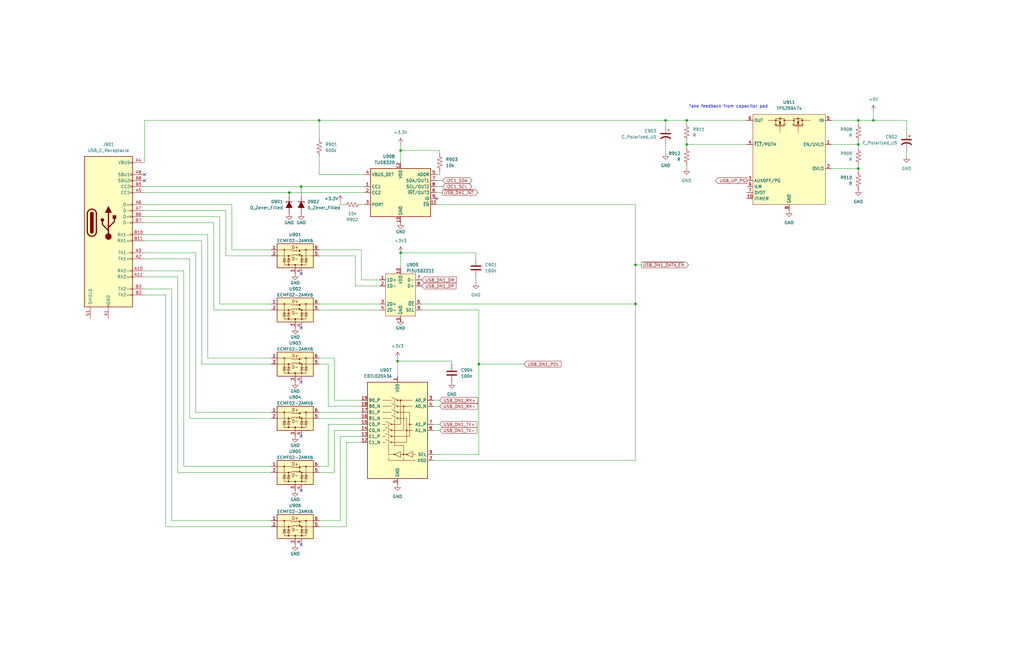
<source format=kicad_sch>
(kicad_sch (version 20230121) (generator eeschema)
  (paper "USLedger")
  (title_block (title "ErgoDUE") (date "2024-01-15") (rev "V0.1") (company "Alessandro Rizzoni") (comment 1 "SCHEMATIC") (comment 2 "DRAFT") (comment 3 "AIR"))
  (lib_symbols
    (symbol "Analog_Switch:CBTL02043A"
      (property "Reference" "U" (at -12.7 21.59 0))
      (property "Value" "CBTL02043A" (at 6.35 21.59 0))
      (symbol "CBTL02043A_0_1"
        (rectangle (start -12.7 20.32) (end 12.7 -20.32) (stroke (width 0.254)) (fill (type background)))
        (circle (center -5.08 2.54) (radius 0.254) (fill (type outline)))
        (circle (center -3.81 0) (radius 0.254) (fill (type outline)))
        (circle (center -2.54 10.16) (radius 0.254) (fill (type outline)))
        (circle (center -1.27 12.7) (radius 0.254) (fill (type outline)))
        (polyline (pts (xy -7.62 -10.16) (xy -6.35 -10.16)))
        (polyline (pts (xy -7.62 -12.7) (xy -2.54 -12.7) (xy -2.54 -11.43)))
        (polyline (pts (xy -2.54 -12.7) (xy 3.81 -12.7) (xy 3.81 -11.43)))
        (polyline (pts (xy 1.27 -10.16) (xy -1.27 -8.89) (xy -1.27 -11.43) (xy 1.27 -10.16)))
        (polyline (pts (xy 5.08 -3.81) (xy 2.54 -5.08) (xy -3.81 -5.08) (xy -3.81 0)))
        (polyline (pts (xy 5.08 -1.27) (xy 2.54 -2.54) (xy -5.08 -2.54) (xy -5.08 2.54)))
        (polyline (pts (xy 5.08 1.27) (xy 2.54 0) (xy -2.54 0) (xy -2.54 10.16)))
        (polyline (pts (xy 5.08 3.81) (xy 2.54 2.54) (xy -1.27 2.54) (xy -1.27 12.7)))
      )
      (symbol "CBTL02043A_1_1"
        (circle (center -3.81 -10.16) (radius 0.254))
        (circle (center -2.54 -10.16) (radius 0.254) (fill (type outline)))
        (polyline (pts (xy -2.54 -10.16) (xy -1.27 -10.16)))
        (polyline (pts (xy 1.27 5.08) (xy 1.27 3.81)))
        (polyline (pts (xy 1.27 7.62) (xy 1.27 6.35)))
        (polyline (pts (xy 1.27 10.16) (xy 1.27 8.89)))
        (polyline (pts (xy 1.27 12.7) (xy 1.27 11.43)))
        (polyline (pts (xy 3.81 -3.81) (xy 3.81 -2.54)))
        (polyline (pts (xy 3.81 -1.27) (xy 3.81 0)))
        (polyline (pts (xy 3.81 1.27) (xy 3.81 2.54)))
        (polyline (pts (xy 6.35 -5.08) (xy 5.08 -5.08)))
        (polyline (pts (xy 6.35 -2.54) (xy 5.08 -2.54)))
        (polyline (pts (xy 6.35 0) (xy 5.08 0)))
        (polyline (pts (xy 6.35 2.54) (xy 5.08 2.54)))
        (polyline (pts (xy 6.35 5.08) (xy 2.54 5.08)))
        (polyline (pts (xy 6.35 7.62) (xy 2.54 7.62)))
        (polyline (pts (xy 6.35 10.16) (xy 2.54 10.16)))
        (polyline (pts (xy 6.35 12.7) (xy 2.54 12.7)))
        (polyline (pts (xy -6.35 10.16) (xy 0 10.16) (xy 2.54 11.43)))
        (polyline (pts (xy -6.35 12.7) (xy 0 12.7) (xy 2.54 13.97)))
        (polyline (pts (xy 1.27 -10.16) (xy 3.81 -10.16) (xy 3.81 -5.08)))
        (polyline (pts (xy -3.81 -10.16) (xy -6.35 -8.89) (xy -6.35 -11.43) (xy -3.81 -10.16)))
        (polyline (pts (xy -6.35 0) (xy -3.81 0) (xy -3.81 5.08) (xy 0 5.08) (xy 2.54 6.35)))
        (polyline (pts (xy -6.35 2.54) (xy -5.08 2.54) (xy -5.08 7.62) (xy 0 7.62) (xy 2.54 8.89)))
        (polyline (pts (xy 1.27 3.81) (xy 1.27 -6.35) (xy -2.54 -6.35) (xy -2.54 -10.16) (xy -3.81 -10.16)))
        (circle (center 0 5.08) (radius 0.254))
        (circle (center 0 7.62) (radius 0.254))
        (circle (center 0 10.16) (radius 0.254))
        (circle (center 0 12.7) (radius 0.254))
        (circle (center 1.27 -10.16) (radius 0.254))
        (circle (center 2.54 -5.08) (radius 0.254))
        (circle (center 2.54 -2.54) (radius 0.254))
        (circle (center 2.54 0) (radius 0.254))
        (circle (center 2.54 2.54) (radius 0.254))
        (pin power_in line (at 0 22.86 270) (length 2.54) (name "VDD") (number "1"))
        (pin passive line (at 0 22.86 270) (length 2.54) hide (name "VDD") (number "10"))
        (pin passive line (at 0 -22.86 90) (length 2.54) hide (name "GND") (number "11"))
        (pin passive line (at 15.24 -5.08 180) (length 2.54) (name "C1_N") (number "12"))
        (pin passive line (at 15.24 -2.54 180) (length 2.54) (name "C1_P") (number "13"))
        (pin passive line (at 15.24 0 180) (length 2.54) (name "C0_N") (number "14"))
        (pin passive line (at 15.24 2.54 180) (length 2.54) (name "C0_P") (number "15"))
        (pin passive line (at 15.24 5.08 180) (length 2.54) (name "B1_N") (number "16"))
        (pin passive line (at 15.24 7.62 180) (length 2.54) (name "B1_P") (number "17"))
        (pin passive line (at 15.24 10.16 180) (length 2.54) (name "B0_N") (number "18"))
        (pin passive line (at 15.24 12.7 180) (length 2.54) (name "B0_P") (number "19"))
        (pin input line (at -15.24 -12.7 0) (length 2.54) (name "XSD") (number "2"))
        (pin passive line (at 0 -22.86 90) (length 2.54) hide (name "GND") (number "20"))
        (pin passive line (at 0 -22.86 90) (length 2.54) hide (name "GND") (number "21"))
        (pin passive line (at -15.24 12.7 0) (length 2.54) (name "A0_P") (number "3"))
        (pin passive line (at -15.24 10.16 0) (length 2.54) (name "A0_N") (number "4"))
        (pin power_in line (at 0 -22.86 90) (length 2.54) (name "GND") (number "5"))
        (pin passive line (at 0 22.86 270) (length 2.54) hide (name "VDD") (number "6"))
        (pin passive line (at -15.24 2.54 0) (length 2.54) (name "A1_P") (number "7"))
        (pin passive line (at -15.24 0 0) (length 2.54) (name "A1_N") (number "8"))
        (pin input line (at -15.24 -10.16 0) (length 2.54) (name "SEL") (number "9"))
      )
    )
    (symbol "Device:C" (pin_numbers hide) (pin_names (offset 0.254))
      (property "Reference" "C" (at 0.635 2.54 0))
      (property "Value" "C" (at 0.635 -2.54 0))
      (symbol "C_0_1"
        (polyline (pts (xy -2.032 -0.762) (xy 2.032 -0.762)) (stroke (width 0.508)))
        (polyline (pts (xy -2.032 0.762) (xy 2.032 0.762)) (stroke (width 0.508)))
      )
      (symbol "C_1_1"
        (pin passive line (at 0 3.81 270) (length 2.794) (name "~") (number "1"))
        (pin passive line (at 0 -3.81 90) (length 2.794) (name "~") (number "2"))
      )
    )
    (symbol "Device:C_Polarized_US" (pin_numbers hide) (pin_names (offset 0.254) hide)
      (property "Reference" "C" (at 0.635 2.54 0))
      (property "Value" "C_Polarized_US" (at 0.635 -2.54 0))
      (symbol "C_Polarized_US_0_1"
        (polyline (pts (xy -2.032 0.762) (xy 2.032 0.762)) (stroke (width 0.508)))
        (polyline (pts (xy -1.778 2.286) (xy -0.762 2.286)))
        (polyline (pts (xy -1.27 1.778) (xy -1.27 2.794)))
        (arc (start 2.032 -1.27) (mid 0 -0.5572) (end -2.032 -1.27) (stroke (width 0.508)))
      )
      (symbol "C_Polarized_US_1_1"
        (pin passive line (at 0 3.81 270) (length 2.794) (name "~") (number "1"))
        (pin passive line (at 0 -3.81 90) (length 3.302) (name "~") (number "2"))
      )
    )
    (symbol "Device:D_Zener_Filled" (pin_numbers hide) (pin_names (offset 1.016) hide)
      (property "Reference" "D" (at 0 2.54 0))
      (property "Value" "D_Zener_Filled" (at 0 -2.54 0))
      (symbol "D_Zener_Filled_0_1"
        (polyline (pts (xy 1.27 0) (xy -1.27 0)))
        (polyline (pts (xy -1.27 -1.27) (xy -1.27 1.27) (xy -0.762 1.27)) (stroke (width 0.254)))
        (polyline (pts (xy 1.27 -1.27) (xy 1.27 1.27) (xy -1.27 0) (xy 1.27 -1.27)) (stroke (width 0.254)) (fill (type outline)))
      )
      (symbol "D_Zener_Filled_1_1"
        (pin passive line (at -3.81 0 0) (length 2.54) (name "K") (number "1"))
        (pin passive line (at 3.81 0 180) (length 2.54) (name "A") (number "2"))
      )
    )
    (symbol "Device:R_US" (pin_numbers hide) (pin_names (offset 0))
      (property "Reference" "R" (at 2.54 0 90))
      (property "Value" "R_US" (at -2.54 0 90))
      (symbol "R_US_0_1"
        (polyline (pts (xy 0 -2.286) (xy 0 -2.54)))
        (polyline (pts (xy 0 2.286) (xy 0 2.54)))
        (polyline (pts (xy 0 -0.762) (xy 1.016 -1.143) (xy 0 -1.524) (xy -1.016 -1.905) (xy 0 -2.286)))
        (polyline (pts (xy 0 0.762) (xy 1.016 0.381) (xy 0 0) (xy -1.016 -0.381) (xy 0 -0.762)))
        (polyline (pts (xy 0 2.286) (xy 1.016 1.905) (xy 0 1.524) (xy -1.016 1.143) (xy 0 0.762)))
      )
      (symbol "R_US_1_1"
        (pin passive line (at 0 3.81 270) (length 1.27) (name "~") (number "1"))
        (pin passive line (at 0 -3.81 90) (length 1.27) (name "~") (number "2"))
      )
    )
    (symbol "Interface_USB:TUSB320"
      (property "Reference" "U608" (at 2.373 15.24 0))
      (property "Value" "TUSB320" (at 2.373 12.7 0))
      (symbol "TUSB320_0_1"
        (rectangle (start -12.7 10.16) (end 12.7 -10.16) (stroke (width 0.254)) (fill (type background)))
      )
      (symbol "TUSB320_1_1"
        (pin bidirectional line (at 15.24 2.54 180) (length 2.54) (name "CC1") (number "1"))
        (pin power_in line (at 0 -12.7 90) (length 2.54) (name "GND") (number "10"))
        (pin input line (at -15.24 -5.08 0) (length 2.54) (name "~{EN}") (number "11"))
        (pin power_in line (at 0 12.7 270) (length 2.54) (name "VDD") (number "12"))
        (pin bidirectional line (at 15.24 0 180) (length 2.54) (name "CC2") (number "2"))
        (pin input line (at 15.24 -5.08 180) (length 2.54) (name "PORT") (number "3"))
        (pin input line (at 15.24 7.62 180) (length 2.54) (name "VBUS_DET") (number "4"))
        (pin input line (at -15.24 7.62 0) (length 2.54) (name "ADDR") (number "5"))
        (pin open_collector line (at -15.24 0 0) (length 2.54) (name "~{INT}/OUT3") (number "6"))
        (pin bidirectional line (at -15.24 5.08 0) (length 2.54) (name "SDA/OUT1") (number "7"))
        (pin bidirectional line (at -15.24 2.54 0) (length 2.54) (name "SCL/OUT2") (number "8"))
        (pin open_collector line (at -15.24 -2.54 0) (length 2.54) (name "ID") (number "9"))
      )
    )
    (symbol "Library:DIODES_PI3USB221E"
      (property "Reference" "U" (at 1.27 10.16 0))
      (property "Value" "PI3USB221E" (at 1.27 7.62 0))
      (symbol "DIODES_PI3USB221E_0_0"
        (pin bidirectional line (at -8.89 3.81 0) (length 2.54) (name "1D+") (number "1"))
        (pin power_in line (at 0 8.89 270) (length 2.54) (name "VDD") (number "10"))
        (pin bidirectional line (at -8.89 1.27 0) (length 2.54) (name "1D-") (number "2"))
        (pin bidirectional line (at -8.89 -6.35 0) (length 2.54) (name "2D+") (number "3"))
        (pin bidirectional line (at -8.89 -8.89 0) (length 2.54) (name "2D-") (number "4"))
        (pin power_in line (at 0 -13.97 90) (length 2.54) (name "GND") (number "5"))
        (pin input line (at 8.89 -6.35 180) (length 2.54) (name "~{OE}") (number "6"))
        (pin bidirectional line (at 8.89 3.81 180) (length 2.54) (name "D-") (number "7"))
        (pin bidirectional line (at 8.89 1.27 180) (length 2.54) (name "D+") (number "8"))
        (pin input line (at 8.89 -8.89 180) (length 2.54) (name "SEL") (number "9"))
      )
      (symbol "DIODES_PI3USB221E_1_1"
        (rectangle (start -6.35 6.35) (end 6.35 -11.43) (fill (type background)))
      )
    )
    (symbol "Library:TI_TPS25947"
      (property "Reference" "U" (at 0 16.51 0))
      (property "Value" "TPS25947x" (at 0 13.97 0))
      (symbol "TI_TPS25947_0_0"
        (pin input line (at -17.78 0 0) (length 2.54) (name "EN/UVLO") (number "1"))
        (pin input line (at 17.78 -22.86 180) (length 2.54) (name "ITIMER") (number "10"))
        (pin power_in line (at -17.78 10.16 0) (length 2.54) (name "IN") (number "5"))
        (pin power_out line (at 17.78 10.16 180) (length 2.54) (name "OUT") (number "6"))
        (pin input line (at 17.78 -20.32 180) (length 2.54) (name "DVDT") (number "7"))
        (pin power_in line (at 0 -27.94 90) (length 2.54) (name "GND") (number "8"))
        (pin input line (at 17.78 -17.78 180) (length 2.54) (name "ILM") (number "9"))
      )
      (symbol "TI_TPS25947_0_1"
        (circle (center -5.588 10.16) (radius 0.254) (fill (type outline)))
        (circle (center -2.032 10.16) (radius 0.254) (fill (type outline)))
        (polyline (pts (xy -5.08 8.382) (xy -6.096 8.382)) (stroke (width 0.254)))
        (polyline (pts (xy -3.81 7.874) (xy -3.81 5.08)))
        (polyline (pts (xy -3.302 8.382) (xy -4.318 8.382)) (stroke (width 0.254)))
        (polyline (pts (xy -1.905 7.874) (xy -5.715 7.874)) (stroke (width 0.254)))
        (polyline (pts (xy -1.524 8.382) (xy -2.54 8.382)) (stroke (width 0.254)))
        (polyline (pts (xy 0 10.16) (xy -2.032 10.16)))
        (polyline (pts (xy 0 10.16) (xy 2.032 10.16)))
        (polyline (pts (xy 1.524 8.382) (xy 2.54 8.382)) (stroke (width 0.254)))
        (polyline (pts (xy 1.905 7.874) (xy 5.715 7.874)) (stroke (width 0.254)))
        (polyline (pts (xy 3.302 8.382) (xy 4.318 8.382)) (stroke (width 0.254)))
        (polyline (pts (xy 3.81 7.874) (xy 3.81 5.08)))
        (polyline (pts (xy 5.08 8.382) (xy 6.096 8.382)) (stroke (width 0.254)))
        (polyline (pts (xy -8.89 10.16) (xy -3.81 10.16) (xy -3.81 8.382)))
        (polyline (pts (xy 8.89 10.16) (xy 3.81 10.16) (xy 3.81 8.382)))
        (polyline (pts (xy -5.588 8.382) (xy -5.588 10.922) (xy -2.032 10.922) (xy -2.032 8.382)))
        (polyline (pts (xy -3.81 8.636) (xy -3.429 9.652) (xy -4.191 9.652) (xy -3.81 8.636)) (fill (type outline)))
        (polyline (pts (xy -3.429 10.922) (xy -4.064 10.541) (xy -4.064 11.303) (xy -3.429 10.922)))
        (polyline (pts (xy -3.302 10.414) (xy -3.429 10.541) (xy -3.429 11.303) (xy -3.556 11.43)))
        (polyline (pts (xy 3.302 10.414) (xy 3.429 10.541) (xy 3.429 11.303) (xy 3.556 11.43)))
        (polyline (pts (xy 3.429 10.922) (xy 4.064 10.541) (xy 4.064 11.303) (xy 3.429 10.922)))
        (polyline (pts (xy 3.81 8.636) (xy 3.429 9.652) (xy 4.191 9.652) (xy 3.81 8.636)) (fill (type outline)))
        (polyline (pts (xy 5.588 8.382) (xy 5.588 10.922) (xy 2.032 10.922) (xy 2.032 8.382)))
        (circle (center 2.032 10.16) (radius 0.254) (fill (type outline)))
        (circle (center 5.588 10.16) (radius 0.254) (fill (type outline)))
      )
      (symbol "TI_TPS25947_1_0"
        (pin input line (at -17.78 -10.16 0) (length 2.54) (name "OVLO") (number "2"))
        (pin input line (at 17.78 -15.24 180) (length 2.54) (name "AUXOFF/PG") (number "3"))
        (pin input line (at 17.78 0 180) (length 2.54) (name "~{FLT}/PGTH") (number "4"))
      )
      (symbol "TI_TPS25947_1_1"
        (rectangle (start -15.24 12.7) (end 15.24 -25.4) (fill (type background)))
      )
    )
    (symbol "Power_Protection:ECMF02-2AMX6" (pin_names (offset 0.0254) hide)
      (property "Reference" "U" (at 0 10.16 0))
      (property "Value" "ECMF02-2AMX6" (at 0 7.62 0))
      (symbol "ECMF02-2AMX6_0_1"
        (rectangle (start -7.62 5.08) (end 7.62 -5.08) (stroke (width 0.254)) (fill (type background)))
        (arc (start -1.524 2.5023) (mid -1.016 2.0306) (end -0.508 2.5023))
        (arc (start -0.508 0.0377) (mid -1.016 0.5094) (end -1.524 0.0377))
        (arc (start -0.508 2.5023) (mid 0 2.0306) (end 0.508 2.5023))
        (polyline (pts (xy -7.62 0) (xy -1.524 0)))
        (polyline (pts (xy -7.62 2.54) (xy -1.524 2.54)))
        (polyline (pts (xy -4.572 -3.81) (xy 4.572 -3.81)))
        (polyline (pts (xy -4.572 2.54) (xy -4.572 -3.81)))
        (polyline (pts (xy -2.794 0) (xy -2.794 -3.81)))
        (polyline (pts (xy 0 -5.08) (xy 0 -3.81)))
        (polyline (pts (xy 2.54 0) (xy 1.524 0)))
        (polyline (pts (xy 2.54 0) (xy 7.62 0)))
        (polyline (pts (xy 2.54 2.54) (xy 1.524 2.54)))
        (polyline (pts (xy 2.54 2.54) (xy 7.62 2.54)))
        (polyline (pts (xy 2.794 0) (xy 2.794 -3.81)))
        (polyline (pts (xy 4.572 2.54) (xy 4.572 -3.81)))
        (arc (start 0.508 0.0377) (mid 0 0.5094) (end -0.508 0.0377))
        (arc (start 0.508 2.5023) (mid 1.016 2.0306) (end 1.524 2.5023))
        (arc (start 1.524 0.0377) (mid 1.016 0.5094) (end 0.508 0.0377))
        (text "D+" (at 0 3.556 0) (effects (font (size 1.27 1.27))))
        (text "D-" (at 0 -1.27 0) (effects (font (size 1.27 1.27))))
      )
      (symbol "ECMF02-2AMX6_1_1"
        (circle (center -4.572 2.54) (radius 0.254) (fill (type outline)))
        (circle (center -2.794 -3.81) (radius 0.254) (fill (type outline)))
        (circle (center -2.794 0) (radius 0.254) (fill (type outline)))
        (circle (center 0 -3.81) (radius 0.254) (fill (type outline)))
        (polyline (pts (xy -3.937 -1.651) (xy -3.937 -1.27) (xy -5.207 -1.27)))
        (polyline (pts (xy -2.159 -1.651) (xy -2.159 -1.27) (xy -3.429 -1.27)))
        (polyline (pts (xy 3.429 -1.651) (xy 3.429 -1.27) (xy 2.159 -1.27)))
        (polyline (pts (xy 5.207 -1.651) (xy 5.207 -1.27) (xy 3.937 -1.27)))
        (polyline (pts (xy -5.207 -2.54) (xy -3.937 -2.54) (xy -4.572 -1.27) (xy -5.207 -2.54)))
        (polyline (pts (xy -3.429 -2.54) (xy -2.159 -2.54) (xy -2.794 -1.27) (xy -3.429 -2.54)))
        (polyline (pts (xy 3.429 -2.54) (xy 2.159 -2.54) (xy 2.794 -1.27) (xy 3.429 -2.54)))
        (polyline (pts (xy 5.207 -2.54) (xy 3.937 -2.54) (xy 4.572 -1.27) (xy 5.207 -2.54)))
        (circle (center 1.905 0.508) (radius 0.254) (fill (type outline)))
        (circle (center 1.905 2.032) (radius 0.254) (fill (type outline)))
        (circle (center 2.794 -3.81) (radius 0.254) (fill (type outline)))
        (circle (center 2.794 0) (radius 0.254) (fill (type outline)))
        (circle (center 4.572 2.54) (radius 0.254) (fill (type outline)))
        (pin passive line (at -10.16 2.54 0) (length 2.54) (name "D+_in") (number "1"))
        (pin passive line (at -10.16 0 0) (length 2.54) (name "D-_in") (number "2"))
        (pin power_in line (at 0 -7.62 90) (length 2.54) (name "GND") (number "3"))
        (pin free line (at 2.54 -7.62 90) (length 2.54) (name "NC") (number "4"))
        (pin passive line (at 10.16 0 180) (length 2.54) (name "D-_out") (number "5"))
        (pin passive line (at 10.16 2.54 180) (length 2.54) (name "D+_out") (number "6"))
      )
    )
    (symbol "USB_C_Receptacle_1" (pin_names (offset 1.016))
      (property "Reference" "J501" (at 0 33.02 0))
      (property "Value" "USB_C_Receptacle" (at 0 30.48 0))
      (symbol "USB_C_Receptacle_1_0_0"
        (rectangle (start -0.254 -35.56) (end 0.254 -34.544))
        (rectangle (start 10.16 -30.226) (end 9.144 -30.734))
        (rectangle (start 10.16 -27.686) (end 9.144 -28.194))
        (rectangle (start 10.16 -22.606) (end 9.144 -23.114))
        (rectangle (start 10.16 -20.066) (end 9.144 -20.574))
        (rectangle (start 10.16 -14.986) (end 9.144 -15.494))
        (rectangle (start 10.16 -12.446) (end 9.144 -12.954))
        (rectangle (start 10.16 -7.366) (end 9.144 -7.874))
        (rectangle (start 10.16 -4.826) (end 9.144 -5.334))
        (rectangle (start 10.16 0.254) (end 9.144 -0.254))
        (rectangle (start 10.16 2.794) (end 9.144 2.286))
        (rectangle (start 10.16 5.334) (end 9.144 4.826))
        (rectangle (start 10.16 7.874) (end 9.144 7.366))
        (rectangle (start 10.16 12.954) (end 9.144 12.446))
        (rectangle (start 10.16 15.494) (end 9.144 14.986))
        (rectangle (start 10.16 18.034) (end 9.144 17.526))
        (rectangle (start 10.16 20.574) (end 9.144 20.066))
        (rectangle (start 10.16 25.654) (end 9.144 25.146))
      )
      (symbol "USB_C_Receptacle_1_0_1"
        (rectangle (start -10.16 27.94) (end 10.16 -35.56) (stroke (width 0.254)) (fill (type background)))
        (arc (start -8.89 -3.81) (mid -6.985 -5.7067) (end -5.08 -3.81) (stroke (width 0.508)))
        (arc (start -7.62 -3.81) (mid -6.985 -4.4423) (end -6.35 -3.81) (stroke (width 0.254)))
        (arc (start -7.62 -3.81) (mid -6.985 -4.4423) (end -6.35 -3.81) (stroke (width 0.254)) (fill (type outline)))
        (rectangle (start -7.62 -3.81) (end -6.35 3.81) (stroke (width 0.254)) (fill (type outline)))
        (arc (start -6.35 3.81) (mid -6.985 4.4423) (end -7.62 3.81) (stroke (width 0.254)))
        (arc (start -6.35 3.81) (mid -6.985 4.4423) (end -7.62 3.81) (stroke (width 0.254)) (fill (type outline)))
        (arc (start -5.08 3.81) (mid -6.985 5.7067) (end -8.89 3.81) (stroke (width 0.508)))
        (polyline (pts (xy -8.89 -3.81) (xy -8.89 3.81)) (stroke (width 0.508)))
        (polyline (pts (xy -5.08 3.81) (xy -5.08 -3.81)) (stroke (width 0.508)))
      )
      (symbol "USB_C_Receptacle_1_1_1"
        (circle (center -2.54 1.143) (radius 0.635) (stroke (width 0.254)) (fill (type outline)))
        (circle (center 0 -5.842) (radius 1.27) (fill (type outline)))
        (polyline (pts (xy 0 -5.842) (xy 0 4.318)) (stroke (width 0.508)))
        (polyline (pts (xy 0 -3.302) (xy -2.54 -0.762) (xy -2.54 0.508)) (stroke (width 0.508)))
        (polyline (pts (xy 0 -2.032) (xy 2.54 0.508) (xy 2.54 1.778)) (stroke (width 0.508)))
        (polyline (pts (xy -1.27 4.318) (xy 0 6.858) (xy 1.27 4.318) (xy -1.27 4.318)) (stroke (width 0.254)) (fill (type outline)))
        (rectangle (start 1.905 1.778) (end 3.175 3.048) (stroke (width 0.254)) (fill (type outline)))
        (pin passive line (at 0 -40.64 90) (length 5.08) (name "GND") (number "A1"))
        (pin bidirectional line (at 15.24 -20.32 180) (length 5.08) (name "RX2-") (number "A10"))
        (pin bidirectional line (at 15.24 -22.86 180) (length 5.08) (name "RX2+") (number "A11"))
        (pin passive line (at 0 -40.64 90) (length 5.08) hide (name "GND") (number "A12"))
        (pin bidirectional line (at 15.24 -15.24 180) (length 5.08) (name "TX1+") (number "A2"))
        (pin bidirectional line (at 15.24 -12.7 180) (length 5.08) (name "TX1-") (number "A3"))
        (pin passive line (at 15.24 25.4 180) (length 5.08) (name "VBUS") (number "A4"))
        (pin bidirectional line (at 15.24 12.7 180) (length 5.08) (name "CC1") (number "A5"))
        (pin bidirectional line (at 15.24 7.62 180) (length 5.08) (name "D+") (number "A6"))
        (pin bidirectional line (at 15.24 5.08 180) (length 5.08) (name "D-") (number "A7"))
        (pin bidirectional line (at 15.24 20.32 180) (length 5.08) (name "SBU1") (number "A8"))
        (pin passive line (at 15.24 25.4 180) (length 5.08) hide (name "VBUS") (number "A9"))
        (pin passive line (at 0 -40.64 90) (length 5.08) hide (name "GND") (number "B1"))
        (pin bidirectional line (at 15.24 -5.08 180) (length 5.08) (name "RX1-") (number "B10"))
        (pin bidirectional line (at 15.24 -7.62 180) (length 5.08) (name "RX1+") (number "B11"))
        (pin passive line (at 0 -40.64 90) (length 5.08) hide (name "GND") (number "B12"))
        (pin bidirectional line (at 15.24 -30.48 180) (length 5.08) (name "TX2+") (number "B2"))
        (pin bidirectional line (at 15.24 -27.94 180) (length 5.08) (name "TX2-") (number "B3"))
        (pin passive line (at 15.24 25.4 180) (length 5.08) hide (name "VBUS") (number "B4"))
        (pin bidirectional line (at 15.24 15.24 180) (length 5.08) (name "CC2") (number "B5"))
        (pin bidirectional line (at 15.24 2.54 180) (length 5.08) (name "D+") (number "B6"))
        (pin bidirectional line (at 15.24 0 180) (length 5.08) (name "D-") (number "B7"))
        (pin bidirectional line (at 15.24 17.78 180) (length 5.08) (name "SBU2") (number "B8"))
        (pin passive line (at 15.24 25.4 180) (length 5.08) hide (name "VBUS") (number "B9"))
        (pin passive line (at -7.62 -40.64 90) (length 5.08) (name "SHIELD") (number "S1"))
      )
    )
    (symbol "power:+3.3V" (power) (pin_names (offset 0))
      (property "Value" "+3.3V" (at 0 3.556 0))
      (symbol "+3.3V_0_1"
        (polyline (pts (xy -0.762 1.27) (xy 0 2.54)))
        (polyline (pts (xy 0 0) (xy 0 2.54)))
        (polyline (pts (xy 0 2.54) (xy 0.762 1.27)))
      )
      (symbol "+3.3V_1_1"
        (pin power_in line (at 0 0 90) (length 0) hide (name "+3.3V") (number "1"))
      )
    )
    (symbol "power:+3V3" (power) (pin_names (offset 0))
      (property "Value" "+3V3" (at 0 3.556 0))
      (symbol "+3V3_0_1"
        (polyline (pts (xy -0.762 1.27) (xy 0 2.54)))
        (polyline (pts (xy 0 0) (xy 0 2.54)))
        (polyline (pts (xy 0 2.54) (xy 0.762 1.27)))
      )
      (symbol "+3V3_1_1"
        (pin power_in line (at 0 0 90) (length 0) hide (name "+3V3") (number "1"))
      )
    )
    (symbol "power:+5V" (power) (pin_names (offset 0))
      (property "Value" "+5V" (at 0 3.556 0))
      (symbol "+5V_0_1"
        (polyline (pts (xy -0.762 1.27) (xy 0 2.54)))
        (polyline (pts (xy 0 0) (xy 0 2.54)))
        (polyline (pts (xy 0 2.54) (xy 0.762 1.27)))
      )
      (symbol "+5V_1_1"
        (pin power_in line (at 0 0 90) (length 0) hide (name "+5V") (number "1"))
      )
    )
    (symbol "power:GND" (power) (pin_names (offset 0))
      (property "Value" "GND" (at 0 -3.81 0))
      (symbol "GND_0_1"
        (polyline (pts (xy 0 0) (xy 0 -1.27) (xy 1.27 -1.27) (xy 0 -2.54) (xy -1.27 -1.27) (xy 0 -1.27)))
      )
      (symbol "GND_1_1"
        (pin power_in line (at 0 0 270) (length 0) hide (name "GND") (number "1"))
      )
    )
  )
  (junction (at 368.3 50.8))
  (junction (at 134.62 50.8))
  (junction (at 267.97 128.27))
  (junction (at 289.56 50.8))
  (junction (at 121.92 81.28))
  (junction (at 361.95 71.12))
  (junction (at 361.95 60.96))
  (junction (at 289.56 60.96))
  (junction (at 361.95 50.8))
  (junction (at 167.64 152.4))
  (junction (at 267.97 111.76))
  (junction (at 168.91 106.68))
  (junction (at 201.93 153.67))
  (junction (at 168.91 63.5))
  (junction (at 280.67 50.8))
  (junction (at 127 78.74))
  (no_connect (at 127 207.01))
  (no_connect (at 184.15 83.82))
  (no_connect (at 127 138.43))
  (no_connect (at 127 184.15))
  (no_connect (at 60.96 76.2))
  (no_connect (at 127 229.87))
  (no_connect (at 127 161.29))
  (no_connect (at 127 115.57))
  (no_connect (at 60.96 73.66))
  (wire (pts (xy 152.4 86.36) (xy 153.67 86.36)))
  (wire (pts (xy 167.64 151.13) (xy 167.64 152.4)))
  (wire (pts (xy 200.66 106.68) (xy 200.66 109.22)))
  (wire (pts (xy 350.52 60.96) (xy 361.95 60.96)))
  (wire (pts (xy 134.62 50.8) (xy 280.67 50.8)))
  (wire (pts (xy 184.15 86.36) (xy 267.97 86.36)))
  (wire (pts (xy 368.3 46.99) (xy 368.3 50.8)))
  (wire (pts (xy 69.85 124.46) (xy 60.96 124.46)))
  (wire (pts (xy 267.97 194.31) (xy 182.88 194.31)))
  (wire (pts (xy 314.96 60.96) (xy 289.56 60.96)))
  (wire (pts (xy 289.56 59.69) (xy 289.56 60.96)))
  (wire (pts (xy 350.52 71.12) (xy 361.95 71.12)))
  (wire (pts (xy 60.96 106.68) (xy 82.55 106.68)))
  (wire (pts (xy 184.15 73.66) (xy 185.42 73.66)))
  (wire (pts (xy 134.62 196.85) (xy 138.43 196.85)))
  (wire (pts (xy 186.69 81.28) (xy 184.15 81.28)))
  (wire (pts (xy 361.95 71.12) (xy 361.95 72.39)))
  (wire (pts (xy 168.91 60.96) (xy 168.91 63.5)))
  (wire (pts (xy 182.88 191.77) (xy 201.93 191.77)))
  (wire (pts (xy 382.27 50.8) (xy 382.27 55.88)))
  (wire (pts (xy 114.3 222.25) (xy 69.85 222.25)))
  (wire (pts (xy 361.95 60.96) (xy 361.95 62.23)))
  (wire (pts (xy 146.05 222.25) (xy 146.05 186.69)))
  (wire (pts (xy 185.42 179.07) (xy 182.88 179.07)))
  (wire (pts (xy 77.47 114.3) (xy 77.47 196.85)))
  (wire (pts (xy 97.79 105.41) (xy 114.3 105.41)))
  (wire (pts (xy 69.85 222.25) (xy 69.85 124.46)))
  (wire (pts (xy 60.96 114.3) (xy 77.47 114.3)))
  (wire (pts (xy 92.71 91.44) (xy 92.71 128.27)))
  (wire (pts (xy 201.93 153.67) (xy 220.98 153.67)))
  (wire (pts (xy 74.93 116.84) (xy 60.96 116.84)))
  (wire (pts (xy 95.25 107.95) (xy 95.25 88.9)))
  (wire (pts (xy 82.55 173.99) (xy 114.3 173.99)))
  (wire (pts (xy 152.4 105.41) (xy 152.4 118.11)))
  (wire (pts (xy 127 78.74) (xy 153.67 78.74)))
  (wire (pts (xy 114.3 130.81) (xy 90.17 130.81)))
  (wire (pts (xy 350.52 50.8) (xy 361.95 50.8)))
  (wire (pts (xy 185.42 171.45) (xy 182.88 171.45)))
  (wire (pts (xy 382.27 63.5) (xy 382.27 66.04)))
  (wire (pts (xy 185.42 63.5) (xy 168.91 63.5)))
  (wire (pts (xy 85.09 153.67) (xy 85.09 101.6)))
  (wire (pts (xy 185.42 181.61) (xy 182.88 181.61)))
  (wire (pts (xy 289.56 50.8) (xy 289.56 52.07)))
  (wire (pts (xy 134.62 176.53) (xy 152.4 176.53)))
  (wire (pts (xy 134.62 128.27) (xy 160.02 128.27)))
  (wire (pts (xy 149.86 120.65) (xy 149.86 107.95)))
  (wire (pts (xy 267.97 86.36) (xy 267.97 111.76)))
  (wire (pts (xy 134.62 50.8) (xy 134.62 58.42)))
  (wire (pts (xy 160.02 120.65) (xy 149.86 120.65)))
  (wire (pts (xy 121.92 82.55) (xy 121.92 81.28)))
  (wire (pts (xy 92.71 128.27) (xy 114.3 128.27)))
  (wire (pts (xy 87.63 151.13) (xy 114.3 151.13)))
  (wire (pts (xy 77.47 196.85) (xy 114.3 196.85)))
  (wire (pts (xy 361.95 69.85) (xy 361.95 71.12)))
  (wire (pts (xy 201.93 153.67) (xy 201.93 191.77)))
  (wire (pts (xy 167.64 152.4) (xy 167.64 158.75)))
  (wire (pts (xy 152.4 118.11) (xy 160.02 118.11)))
  (wire (pts (xy 267.97 111.76) (xy 267.97 128.27)))
  (wire (pts (xy 185.42 168.91) (xy 182.88 168.91)))
  (wire (pts (xy 134.62 105.41) (xy 152.4 105.41)))
  (wire (pts (xy 138.43 171.45) (xy 152.4 171.45)))
  (wire (pts (xy 114.3 176.53) (xy 80.01 176.53)))
  (wire (pts (xy 134.62 130.81) (xy 160.02 130.81)))
  (wire (pts (xy 361.95 50.8) (xy 361.95 52.07)))
  (wire (pts (xy 60.96 86.36) (xy 97.79 86.36)))
  (wire (pts (xy 200.66 116.84) (xy 200.66 119.38)))
  (wire (pts (xy 168.91 63.5) (xy 168.91 68.58)))
  (wire (pts (xy 72.39 219.71) (xy 114.3 219.71)))
  (wire (pts (xy 134.62 153.67) (xy 138.43 153.67)))
  (wire (pts (xy 143.51 219.71) (xy 134.62 219.71)))
  (wire (pts (xy 127 78.74) (xy 127 82.55)))
  (wire (pts (xy 114.3 153.67) (xy 85.09 153.67)))
  (wire (pts (xy 184.15 76.2) (xy 186.69 76.2)))
  (wire (pts (xy 167.64 152.4) (xy 190.5 152.4)))
  (wire (pts (xy 114.3 199.39) (xy 74.93 199.39)))
  (wire (pts (xy 149.86 107.95) (xy 134.62 107.95)))
  (wire (pts (xy 140.97 199.39) (xy 134.62 199.39)))
  (wire (pts (xy 190.5 152.4) (xy 190.5 153.67)))
  (wire (pts (xy 267.97 128.27) (xy 267.97 194.31)))
  (wire (pts (xy 80.01 109.22) (xy 60.96 109.22)))
  (wire (pts (xy 60.96 99.06) (xy 87.63 99.06)))
  (wire (pts (xy 134.62 222.25) (xy 146.05 222.25)))
  (wire (pts (xy 280.67 53.34) (xy 280.67 50.8)))
  (wire (pts (xy 95.25 88.9) (xy 60.96 88.9)))
  (wire (pts (xy 90.17 93.98) (xy 60.96 93.98)))
  (wire (pts (xy 280.67 50.8) (xy 289.56 50.8)))
  (wire (pts (xy 140.97 151.13) (xy 134.62 151.13)))
  (wire (pts (xy 289.56 69.85) (xy 289.56 71.12)))
  (wire (pts (xy 184.15 78.74) (xy 186.69 78.74)))
  (wire (pts (xy 60.96 78.74) (xy 127 78.74)))
  (wire (pts (xy 140.97 168.91) (xy 140.97 151.13)))
  (wire (pts (xy 289.56 50.8) (xy 314.96 50.8)))
  (wire (pts (xy 90.17 130.81) (xy 90.17 93.98)))
  (wire (pts (xy 153.67 73.66) (xy 134.62 73.66)))
  (wire (pts (xy 168.91 106.68) (xy 168.91 113.03)))
  (wire (pts (xy 72.39 121.92) (xy 72.39 219.71)))
  (wire (pts (xy 85.09 101.6) (xy 60.96 101.6)))
  (wire (pts (xy 138.43 196.85) (xy 138.43 179.07)))
  (wire (pts (xy 140.97 181.61) (xy 140.97 199.39)))
  (wire (pts (xy 87.63 99.06) (xy 87.63 151.13)))
  (wire (pts (xy 152.4 168.91) (xy 140.97 168.91)))
  (wire (pts (xy 185.42 73.66) (xy 185.42 72.39)))
  (wire (pts (xy 143.51 184.15) (xy 143.51 219.71)))
  (wire (pts (xy 114.3 107.95) (xy 95.25 107.95)))
  (wire (pts (xy 168.91 106.68) (xy 200.66 106.68)))
  (wire (pts (xy 168.91 135.89) (xy 168.91 134.62)))
  (wire (pts (xy 134.62 173.99) (xy 152.4 173.99)))
  (wire (pts (xy 368.3 50.8) (xy 382.27 50.8)))
  (wire (pts (xy 60.96 50.8) (xy 60.96 68.58)))
  (wire (pts (xy 267.97 111.76) (xy 270.51 111.76)))
  (wire (pts (xy 143.51 86.36) (xy 144.78 86.36)))
  (wire (pts (xy 201.93 130.81) (xy 201.93 153.67)))
  (wire (pts (xy 152.4 184.15) (xy 143.51 184.15)))
  (wire (pts (xy 143.51 85.09) (xy 143.51 86.36)))
  (wire (pts (xy 185.42 64.77) (xy 185.42 63.5)))
  (wire (pts (xy 60.96 50.8) (xy 134.62 50.8)))
  (wire (pts (xy 289.56 60.96) (xy 289.56 62.23)))
  (wire (pts (xy 138.43 153.67) (xy 138.43 171.45)))
  (wire (pts (xy 361.95 50.8) (xy 368.3 50.8)))
  (wire (pts (xy 152.4 181.61) (xy 140.97 181.61)))
  (wire (pts (xy 146.05 186.69) (xy 152.4 186.69)))
  (wire (pts (xy 121.92 81.28) (xy 153.67 81.28)))
  (wire (pts (xy 80.01 176.53) (xy 80.01 109.22)))
  (wire (pts (xy 60.96 91.44) (xy 92.71 91.44)))
  (wire (pts (xy 60.96 121.92) (xy 72.39 121.92)))
  (wire (pts (xy 97.79 86.36) (xy 97.79 105.41)))
  (wire (pts (xy 134.62 66.04) (xy 134.62 73.66)))
  (wire (pts (xy 201.93 130.81) (xy 177.8 130.81)))
  (wire (pts (xy 280.67 64.77) (xy 280.67 60.96)))
  (wire (pts (xy 138.43 179.07) (xy 152.4 179.07)))
  (wire (pts (xy 177.8 128.27) (xy 267.97 128.27)))
  (wire (pts (xy 74.93 199.39) (xy 74.93 116.84)))
  (wire (pts (xy 361.95 59.69) (xy 361.95 60.96)))
  (wire (pts (xy 82.55 106.68) (xy 82.55 173.99)))
  (wire (pts (xy 60.96 81.28) (xy 121.92 81.28)))
  (text "Take feedback from capacitor pad" (at 323.85 45.72 0) (effects (font (size 1.27 1.27)) (justify right bottom)))
  (global_label "USB_DN1_DM" (shape input) (at 177.8 118.11 0) (property "Intersheetrefs" "${INTERSHEET_REFS}" (effects hide)))
  (global_label "USB_UP_PG" (shape output) (at 314.96 76.2 180) (property "Intersheetrefs" "${INTERSHEET_REFS}" (effects hide)))
  (global_label "I2C1_SDA" (shape bidirectional) (at 186.69 76.2 0) (property "Intersheetrefs" "${INTERSHEET_REFS}" (effects hide)))
  (global_label "USB_DN1_TX-" (shape input) (at 185.42 181.61 0) (property "Intersheetrefs" "${INTERSHEET_REFS}" (effects hide)))
  (global_label "~{USB_DN1_INT}" (shape output) (at 186.69 81.28 0) (property "Intersheetrefs" "${INTERSHEET_REFS}" (effects hide)))
  (global_label "USB_DN1_POL" (shape input) (at 220.98 153.67 0) (property "Intersheetrefs" "${INTERSHEET_REFS}" (effects hide)))
  (global_label "~{USB_DN1_DATA_EN}" (shape output) (at 270.51 111.76 0) (property "Intersheetrefs" "${INTERSHEET_REFS}" (effects hide)))
  (global_label "USB_DN1_RX+" (shape input) (at 185.42 168.91 0) (property "Intersheetrefs" "${INTERSHEET_REFS}" (effects hide)))
  (global_label "I2C1_SCL" (shape bidirectional) (at 186.69 78.74 0) (property "Intersheetrefs" "${INTERSHEET_REFS}" (effects hide)))
  (global_label "USB_DN1_RX-" (shape input) (at 185.42 171.45 0) (property "Intersheetrefs" "${INTERSHEET_REFS}" (effects hide)))
  (global_label "USB_DN1_TX+" (shape input) (at 185.42 179.07 0) (property "Intersheetrefs" "${INTERSHEET_REFS}" (effects hide)))
  (global_label "USB_DN1_DP" (shape input) (at 177.8 120.65 0) (property "Intersheetrefs" "${INTERSHEET_REFS}" (effects hide)))
  (symbol (lib_id "power:GND") (at 361.95 80.01 0) (unit 1)
    (property "Reference" "#PWR0921" (effects hide))
    (property "Value" "GND" (at 361.95 85.09 0))
  )
  (symbol (lib_id "power:GND") (at 382.27 66.04 0) (unit 1)
    (property "Reference" "#PWR0922" (effects hide))
    (property "Value" "GND" (at 382.27 71.12 0))
  )
  (symbol (lib_id "power:+3V3") (at 167.64 151.13 0) (unit 1)
    (property "Reference" "#PWR0910" (effects hide))
    (property "Value" "+3V3" (at 167.64 146.05 0))
  )
  (symbol (lib_id "power:GND") (at 124.46 207.01 0) (unit 1)
    (property "Reference" "#PWR0906" (effects hide))
    (property "Value" "GND" (at 124.46 210.82 0))
  )
  (symbol (lib_id "Device:R_US") (at 289.56 66.04 0) (unit 1)
    (property "Reference" "R912" (at 287.02 64.77 0) (effects (justify right)))
    (property "Value" "R" (at 287.02 67.31 0) (effects (justify right)))
  )
  (symbol (lib_id "power:GND") (at 289.56 71.12 0) (unit 1)
    (property "Reference" "#PWR0923" (effects hide))
    (property "Value" "GND" (at 289.56 76.2 0))
  )
  (symbol (lib_id "Device:R_US") (at 361.95 66.04 0) (unit 1)
    (property "Reference" "R909" (at 359.41 64.77 0) (effects (justify right)))
    (property "Value" "R" (at 359.41 67.31 0) (effects (justify right)))
  )
  (symbol (lib_id "power:+3.3V") (at 143.51 85.09 0) (unit 1)
    (property "Reference" "#PWR0909" (effects hide))
    (property "Value" "+3.3V" (at 139.7 83.82 0))
  )
  (symbol (lib_id "power:GND") (at 127 90.17 0) (unit 1)
    (property "Reference" "#PWR0908" (effects hide))
    (property "Value" "GND" (at 127 93.98 0))
  )
  (symbol (lib_id "Device:R_US") (at 361.95 76.2 0) (unit 1)
    (property "Reference" "R910" (at 359.41 74.93 0) (effects (justify right)))
    (property "Value" "R" (at 359.41 77.47 0) (effects (justify right)))
  )
  (symbol (lib_id "power:GND") (at 124.46 184.15 0) (unit 1)
    (property "Reference" "#PWR0905" (effects hide))
    (property "Value" "GND" (at 124.46 187.96 0))
  )
  (symbol (lib_id "Analog_Switch:CBTL02043A") (at 167.64 181.61 0) (mirror y) (unit 1)
    (property "Reference" "U907" (at 165.267 156.21 0) (effects (justify left)))
    (property "Value" "CBTL02043A" (at 165.267 158.75 0) (effects (justify left)))
    (property "Footprint" "Package_DFN_QFN:WQFN-20-1EP_2.5x4.5mm_P0.5mm_EP1x2.9mm" (effects hide))
    (property "Datasheet" "https://www.nxp.com/docs/en/data-sheet/CBTL02043A_CBTL02043B.pdf" (effects hide))
  )
  (symbol (lib_id "Device:R_US") (at 148.59 86.36 270) (unit 1)
    (property "Reference" "R902" (at 148.59 92.71 90))
    (property "Value" "10k" (at 148.59 90.17 90))
  )
  (symbol (lib_id "power:GND") (at 168.91 134.62 0) (unit 1)
    (property "Reference" "#PWR0914" (effects hide))
    (property "Value" "GND" (at 168.91 138.43 0))
  )
  (symbol (lib_id "Interface_USB:TUSB320") (at 168.91 81.28 0) (mirror y) (unit 1)
    (property "Reference" "U908" (at 166.537 66.04 0) (effects (justify left)))
    (property "Value" "TUSB320" (at 166.537 68.58 0) (effects (justify left)))
    (property "Footprint" "Package_DFN_QFN:Texas_X2QFN-12_1.6x1.6mm_P0.4mm" (effects hide))
    (property "Datasheet" "http://www.ti.com/lit/ds/symlink/tusb320.pdf" (effects hide))
  )
  (symbol (lib_id "Power_Protection:ECMF02-2AMX6") (at 124.46 176.53 0) (unit 1)
    (property "Reference" "U904" (at 124.46 167.64 0))
    (property "Value" "ECMF02-2AMX6" (at 124.46 170.18 0))
    (property "Footprint" "Package_DFN_QFN:ST_UQFN-6L_1.5x1.7mm_P0.5mm" (effects hide))
    (property "Datasheet" "https://www.st.com/resource/en/datasheet/ecmf02-2amx6.pdf" (effects hide))
  )
  (symbol (lib_id "Library:TI_TPS25947") (at 332.74 60.96 0) (mirror y) (unit 1)
    (property "Reference" "U911" (at 332.74 43.18 0))
    (property "Value" "TPS25947x" (at 332.74 45.72 0))
    (property "Datasheet" "https://www.ti.com/lit/ds/symlink/tps25947.pdf" (effects hide))
  )
  (symbol (lib_id "Device:D_Zener_Filled") (at 127 86.36 270) (unit 1)
    (property "Reference" "D902" (at 129.54 85.09 90) (effects (justify left)))
    (property "Value" "D_Zener_Filled" (at 129.54 87.63 90) (effects (justify left)))
  )
  (symbol (lib_id "Power_Protection:ECMF02-2AMX6") (at 124.46 153.67 0) (unit 1)
    (property "Reference" "U903" (at 124.46 144.78 0))
    (property "Value" "ECMF02-2AMX6" (at 124.46 147.32 0))
    (property "Footprint" "Package_DFN_QFN:ST_UQFN-6L_1.5x1.7mm_P0.5mm" (effects hide))
    (property "Datasheet" "https://www.st.com/resource/en/datasheet/ecmf02-2amx6.pdf" (effects hide))
  )
  (symbol (lib_id "Device:R_US") (at 134.62 62.23 0) (unit 1)
    (property "Reference" "R901" (at 137.16 60.96 0) (effects (justify left)))
    (property "Value" "900k" (at 137.16 63.5 0) (effects (justify left)))
  )
  (symbol (lib_id "power:+3.3V") (at 168.91 60.96 0) (unit 1)
    (property "Reference" "#PWR0911" (effects hide))
    (property "Value" "+3.3V" (at 168.91 55.88 0))
  )
  (symbol (lib_id "power:GND") (at 124.46 138.43 0) (unit 1)
    (property "Reference" "#PWR0903" (effects hide))
    (property "Value" "GND" (at 124.46 142.24 0))
  )
  (symbol (lib_id "power:+3V3") (at 168.91 106.68 0) (unit 1)
    (property "Reference" "#PWR0913" (effects hide))
    (property "Value" "+3V3" (at 168.91 101.6 0))
  )
  (symbol (lib_id "power:GND") (at 124.46 161.29 0) (unit 1)
    (property "Reference" "#PWR0904" (effects hide))
    (property "Value" "GND" (at 124.46 165.1 0))
  )
  (symbol (lib_id "Power_Protection:ECMF02-2AMX6") (at 124.46 130.81 0) (unit 1)
    (property "Reference" "U902" (at 124.46 121.92 0))
    (property "Value" "ECMF02-2AMX6" (at 124.46 124.46 0))
    (property "Footprint" "Package_DFN_QFN:ST_UQFN-6L_1.5x1.7mm_P0.5mm" (effects hide))
    (property "Datasheet" "https://www.st.com/resource/en/datasheet/ecmf02-2amx6.pdf" (effects hide))
  )
  (symbol (lib_id "Device:R_US") (at 361.95 55.88 0) (unit 1)
    (property "Reference" "R908" (at 359.41 54.61 0) (effects (justify right)))
    (property "Value" "R" (at 359.41 57.15 0) (effects (justify right)))
  )
  (symbol (lib_id "Power_Protection:ECMF02-2AMX6") (at 124.46 222.25 0) (unit 1)
    (property "Reference" "U906" (at 124.46 213.36 0))
    (property "Value" "ECMF02-2AMX6" (at 124.46 215.9 0))
    (property "Footprint" "Package_DFN_QFN:ST_UQFN-6L_1.5x1.7mm_P0.5mm" (effects hide))
    (property "Datasheet" "https://www.st.com/resource/en/datasheet/ecmf02-2amx6.pdf" (effects hide))
  )
  (symbol (lib_id "Device:R_US") (at 185.42 68.58 0) (unit 1)
    (property "Reference" "R903" (at 187.96 67.31 0) (effects (justify left)))
    (property "Value" "10k" (at 187.96 69.85 0) (effects (justify left)))
  )
  (symbol (lib_id "Device:C_Polarized_US") (at 382.27 59.69 0) (mirror y) (unit 1)
    (property "Reference" "C902" (at 378.46 57.785 0) (effects (justify left)))
    (property "Value" "C_Polarized_US" (at 378.46 60.325 0) (effects (justify left)))
  )
  (symbol (lib_name "USB_C_Receptacle_1") (lib_id "Connector:USB_C_Receptacle") (at 45.72 93.98 0) (unit 1)
    (property "Reference" "J901" (at 45.72 60.96 0))
    (property "Value" "USB_C_Receptacle" (at 45.72 63.5 0))
    (property "Datasheet" "https://www.usb.org/sites/default/files/documents/usb_type-c.zip" (effects hide))
    (instances (project "ErgoDUE" (path "" (reference "J901") (unit 1))) (project "interface" (path "" (reference "J102") (unit 1))))
  )
  (symbol (lib_id "Device:C_Polarized_US") (at 280.67 57.15 0) (mirror y) (unit 1)
    (property "Reference" "C903" (at 276.86 55.245 0) (effects (justify left)))
    (property "Value" "C_Polarized_US" (at 276.86 57.785 0) (effects (justify left)))
  )
  (symbol (lib_id "Device:C") (at 190.5 157.48 0) (unit 1)
    (property "Reference" "C904" (at 194.31 156.21 0) (effects (justify left)))
    (property "Value" "100n" (at 194.31 158.75 0) (effects (justify left)))
  )
  (symbol (lib_id "power:GND") (at 167.64 204.47 0) (unit 1)
    (property "Reference" "#PWR0917" (effects hide))
    (property "Value" "GND" (at 167.64 209.55 0))
  )
  (symbol (lib_id "power:+5V") (at 368.3 46.99 0) (unit 1)
    (property "Reference" "#PWR0920" (effects hide))
    (property "Value" "+5V" (at 368.3 41.91 0))
  )
  (symbol (lib_id "power:GND") (at 200.66 119.38 0) (unit 1)
    (property "Reference" "#PWR0915" (effects hide))
    (property "Value" "GND" (at 200.66 124.46 0))
  )
  (symbol (lib_id "power:GND") (at 124.46 115.57 0) (unit 1)
    (property "Reference" "#PWR0902" (effects hide))
    (property "Value" "GND" (at 124.46 119.38 0))
  )
  (symbol (lib_id "Power_Protection:ECMF02-2AMX6") (at 124.46 107.95 0) (unit 1)
    (property "Reference" "U901" (at 124.46 99.06 0))
    (property "Value" "ECMF02-2AMX6" (at 124.46 101.6 0))
    (property "Footprint" "Package_DFN_QFN:ST_UQFN-6L_1.5x1.7mm_P0.5mm" (effects hide))
    (property "Datasheet" "https://www.st.com/resource/en/datasheet/ecmf02-2amx6.pdf" (effects hide))
  )
  (symbol (lib_id "power:GND") (at 280.67 64.77 0) (unit 1)
    (property "Reference" "#PWR0924" (effects hide))
    (property "Value" "GND" (at 280.67 69.85 0))
  )
  (symbol (lib_id "power:GND") (at 190.5 161.29 0) (unit 1)
    (property "Reference" "#PWR0916" (effects hide))
    (property "Value" "GND" (at 190.5 166.37 0))
  )
  (symbol (lib_id "power:GND") (at 168.91 93.98 0) (unit 1)
    (property "Reference" "#PWR0912" (effects hide))
    (property "Value" "GND" (at 168.91 97.79 0))
  )
  (symbol (lib_id "Device:D_Zener_Filled") (at 121.92 86.36 90) (mirror x) (unit 1)
    (property "Reference" "D901" (at 119.38 85.09 90) (effects (justify left)))
    (property "Value" "D_Zener_Filled" (at 119.38 87.63 90) (effects (justify left)))
  )
  (symbol (lib_id "power:GND") (at 332.74 88.9 0) (unit 1)
    (property "Reference" "#PWR0918" (effects hide))
    (property "Value" "GND" (at 332.74 93.98 0))
  )
  (symbol (lib_id "Library:DIODES_PI3USB221E") (at 168.91 121.92 0) (unit 1)
    (property "Reference" "U909" (at 171.3525 111.76 0) (effects (justify left)))
    (property "Value" "PI3USB221E" (at 171.3525 114.3 0) (effects (justify left)))
  )
  (symbol (lib_id "Device:C") (at 200.66 113.03 0) (unit 1)
    (property "Reference" "C901" (at 204.47 111.76 0) (effects (justify left)))
    (property "Value" "100n" (at 204.47 114.3 0) (effects (justify left)))
  )
  (symbol (lib_id "Device:R_US") (at 289.56 55.88 0) (unit 1)
    (property "Reference" "R911" (at 292.1 54.61 0) (effects (justify left)))
    (property "Value" "R" (at 292.1 57.15 0) (effects (justify left)))
  )
  (symbol (lib_id "Power_Protection:ECMF02-2AMX6") (at 124.46 199.39 0) (unit 1)
    (property "Reference" "U905" (at 124.46 190.5 0))
    (property "Value" "ECMF02-2AMX6" (at 124.46 193.04 0))
    (property "Footprint" "Package_DFN_QFN:ST_UQFN-6L_1.5x1.7mm_P0.5mm" (effects hide))
    (property "Datasheet" "https://www.st.com/resource/en/datasheet/ecmf02-2amx6.pdf" (effects hide))
  )
  (symbol (lib_id "power:GND") (at 124.46 229.87 0) (unit 1)
    (property "Reference" "#PWR0907" (effects hide))
    (property "Value" "GND" (at 124.46 233.68 0))
  )
  (symbol (lib_id "power:GND") (at 121.92 90.17 0) (unit 1)
    (property "Reference" "#PWR0901" (effects hide))
    (property "Value" "GND" (at 121.92 93.98 0))
  )
)
</source>
